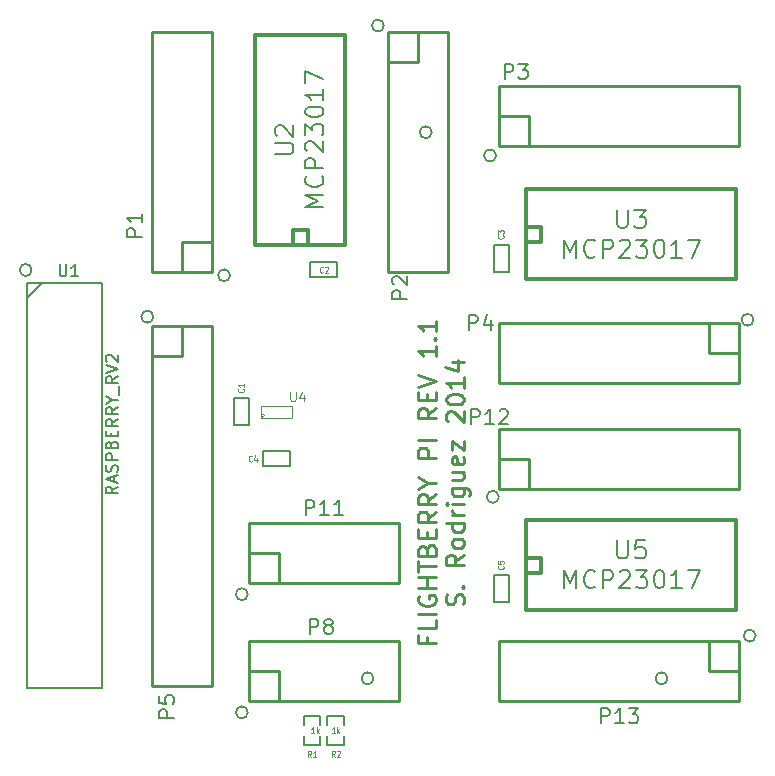
<source format=gto>
%FSLAX34Y34*%
G04 Gerber Fmt 3.4, Leading zero omitted, Abs format*
G04 (created by PCBNEW (2014-04-07 BZR 4791)-product) date Tue 13 May 2014 05:09:50 PM CEST*
%MOIN*%
G01*
G70*
G90*
G04 APERTURE LIST*
%ADD10C,0.003937*%
%ADD11C,0.007874*%
%ADD12C,0.009843*%
%ADD13C,0.010000*%
%ADD14C,0.005000*%
%ADD15C,0.005906*%
%ADD16C,0.003100*%
%ADD17C,0.012000*%
%ADD18C,0.008000*%
%ADD19C,0.004500*%
%ADD20C,0.004700*%
%ADD21C,0.003900*%
%ADD22C,0.006000*%
G04 APERTURE END LIST*
G54D10*
G54D11*
X37818Y-38369D02*
G75*
G03X37818Y-38369I-200J0D01*
G74*
G01*
X38408Y-48999D02*
G75*
G03X38408Y-48999I-200J0D01*
G74*
G01*
X38408Y-52936D02*
G75*
G03X38408Y-52936I-200J0D01*
G74*
G01*
X55337Y-50377D02*
G75*
G03X55337Y-50377I-200J0D01*
G74*
G01*
X35259Y-39747D02*
G75*
G03X35259Y-39747I-200J0D01*
G74*
G01*
X42942Y-30044D02*
G75*
G03X42942Y-30044I-200J0D01*
G74*
G01*
X31203Y-38190D02*
G75*
G03X31203Y-38190I-200J0D01*
G74*
G01*
X46774Y-45751D02*
G75*
G03X46774Y-45751I-200J0D01*
G74*
G01*
X46682Y-34374D02*
G75*
G03X46682Y-34374I-200J0D01*
G74*
G01*
X44538Y-33600D02*
G75*
G03X44538Y-33600I-200J0D01*
G74*
G01*
X55266Y-39850D02*
G75*
G03X55266Y-39850I-200J0D01*
G74*
G01*
X52400Y-51800D02*
G75*
G03X52400Y-51800I-200J0D01*
G74*
G01*
X42600Y-51800D02*
G75*
G03X42600Y-51800I-200J0D01*
G74*
G01*
G54D12*
X44377Y-50435D02*
X44377Y-50632D01*
X44686Y-50632D02*
X44095Y-50632D01*
X44095Y-50351D01*
X44686Y-49845D02*
X44686Y-50126D01*
X44095Y-50126D01*
X44686Y-49648D02*
X44095Y-49648D01*
X44124Y-49057D02*
X44095Y-49114D01*
X44095Y-49198D01*
X44124Y-49282D01*
X44180Y-49339D01*
X44236Y-49367D01*
X44348Y-49395D01*
X44433Y-49395D01*
X44545Y-49367D01*
X44602Y-49339D01*
X44658Y-49282D01*
X44686Y-49198D01*
X44686Y-49142D01*
X44658Y-49057D01*
X44630Y-49029D01*
X44433Y-49029D01*
X44433Y-49142D01*
X44686Y-48776D02*
X44095Y-48776D01*
X44377Y-48776D02*
X44377Y-48439D01*
X44686Y-48439D02*
X44095Y-48439D01*
X44095Y-48242D02*
X44095Y-47904D01*
X44686Y-48073D02*
X44095Y-48073D01*
X44377Y-47511D02*
X44405Y-47426D01*
X44433Y-47398D01*
X44489Y-47370D01*
X44573Y-47370D01*
X44630Y-47398D01*
X44658Y-47426D01*
X44686Y-47483D01*
X44686Y-47708D01*
X44095Y-47708D01*
X44095Y-47511D01*
X44124Y-47455D01*
X44152Y-47426D01*
X44208Y-47398D01*
X44264Y-47398D01*
X44320Y-47426D01*
X44348Y-47455D01*
X44377Y-47511D01*
X44377Y-47708D01*
X44377Y-47117D02*
X44377Y-46920D01*
X44686Y-46836D02*
X44686Y-47117D01*
X44095Y-47117D01*
X44095Y-46836D01*
X44686Y-46245D02*
X44405Y-46442D01*
X44686Y-46583D02*
X44095Y-46583D01*
X44095Y-46358D01*
X44124Y-46302D01*
X44152Y-46273D01*
X44208Y-46245D01*
X44292Y-46245D01*
X44348Y-46273D01*
X44377Y-46302D01*
X44405Y-46358D01*
X44405Y-46583D01*
X44686Y-45655D02*
X44405Y-45852D01*
X44686Y-45992D02*
X44095Y-45992D01*
X44095Y-45767D01*
X44124Y-45711D01*
X44152Y-45683D01*
X44208Y-45655D01*
X44292Y-45655D01*
X44348Y-45683D01*
X44377Y-45711D01*
X44405Y-45767D01*
X44405Y-45992D01*
X44405Y-45289D02*
X44686Y-45289D01*
X44095Y-45486D02*
X44405Y-45289D01*
X44095Y-45092D01*
X44686Y-44446D02*
X44095Y-44446D01*
X44095Y-44221D01*
X44124Y-44164D01*
X44152Y-44136D01*
X44208Y-44108D01*
X44292Y-44108D01*
X44348Y-44136D01*
X44377Y-44164D01*
X44405Y-44221D01*
X44405Y-44446D01*
X44686Y-43855D02*
X44095Y-43855D01*
X44686Y-42786D02*
X44405Y-42983D01*
X44686Y-43124D02*
X44095Y-43124D01*
X44095Y-42899D01*
X44124Y-42843D01*
X44152Y-42814D01*
X44208Y-42786D01*
X44292Y-42786D01*
X44348Y-42814D01*
X44377Y-42843D01*
X44405Y-42899D01*
X44405Y-43124D01*
X44377Y-42533D02*
X44377Y-42336D01*
X44686Y-42252D02*
X44686Y-42533D01*
X44095Y-42533D01*
X44095Y-42252D01*
X44095Y-42083D02*
X44686Y-41886D01*
X44095Y-41690D01*
X44686Y-40733D02*
X44686Y-41071D01*
X44686Y-40902D02*
X44095Y-40902D01*
X44180Y-40958D01*
X44236Y-41015D01*
X44264Y-41071D01*
X44630Y-40480D02*
X44658Y-40452D01*
X44686Y-40480D01*
X44658Y-40508D01*
X44630Y-40480D01*
X44686Y-40480D01*
X44686Y-39890D02*
X44686Y-40227D01*
X44686Y-40059D02*
X44095Y-40059D01*
X44180Y-40115D01*
X44236Y-40171D01*
X44264Y-40227D01*
X45583Y-49339D02*
X45611Y-49254D01*
X45611Y-49114D01*
X45583Y-49057D01*
X45555Y-49029D01*
X45499Y-49001D01*
X45442Y-49001D01*
X45386Y-49029D01*
X45358Y-49057D01*
X45330Y-49114D01*
X45302Y-49226D01*
X45274Y-49282D01*
X45246Y-49311D01*
X45189Y-49339D01*
X45133Y-49339D01*
X45077Y-49311D01*
X45049Y-49282D01*
X45021Y-49226D01*
X45021Y-49086D01*
X45049Y-49001D01*
X45555Y-48748D02*
X45583Y-48720D01*
X45611Y-48748D01*
X45583Y-48776D01*
X45555Y-48748D01*
X45611Y-48748D01*
X45611Y-47679D02*
X45330Y-47876D01*
X45611Y-48017D02*
X45021Y-48017D01*
X45021Y-47792D01*
X45049Y-47736D01*
X45077Y-47708D01*
X45133Y-47679D01*
X45217Y-47679D01*
X45274Y-47708D01*
X45302Y-47736D01*
X45330Y-47792D01*
X45330Y-48017D01*
X45611Y-47342D02*
X45583Y-47398D01*
X45555Y-47426D01*
X45499Y-47455D01*
X45330Y-47455D01*
X45274Y-47426D01*
X45246Y-47398D01*
X45217Y-47342D01*
X45217Y-47258D01*
X45246Y-47201D01*
X45274Y-47173D01*
X45330Y-47145D01*
X45499Y-47145D01*
X45555Y-47173D01*
X45583Y-47201D01*
X45611Y-47258D01*
X45611Y-47342D01*
X45611Y-46639D02*
X45021Y-46639D01*
X45583Y-46639D02*
X45611Y-46695D01*
X45611Y-46808D01*
X45583Y-46864D01*
X45555Y-46892D01*
X45499Y-46920D01*
X45330Y-46920D01*
X45274Y-46892D01*
X45246Y-46864D01*
X45217Y-46808D01*
X45217Y-46695D01*
X45246Y-46639D01*
X45611Y-46358D02*
X45217Y-46358D01*
X45330Y-46358D02*
X45274Y-46330D01*
X45246Y-46302D01*
X45217Y-46245D01*
X45217Y-46189D01*
X45611Y-45992D02*
X45217Y-45992D01*
X45021Y-45992D02*
X45049Y-46020D01*
X45077Y-45992D01*
X45049Y-45964D01*
X45021Y-45992D01*
X45077Y-45992D01*
X45217Y-45458D02*
X45696Y-45458D01*
X45752Y-45486D01*
X45780Y-45514D01*
X45808Y-45570D01*
X45808Y-45655D01*
X45780Y-45711D01*
X45583Y-45458D02*
X45611Y-45514D01*
X45611Y-45627D01*
X45583Y-45683D01*
X45555Y-45711D01*
X45499Y-45739D01*
X45330Y-45739D01*
X45274Y-45711D01*
X45246Y-45683D01*
X45217Y-45627D01*
X45217Y-45514D01*
X45246Y-45458D01*
X45217Y-44924D02*
X45611Y-44924D01*
X45217Y-45177D02*
X45527Y-45177D01*
X45583Y-45149D01*
X45611Y-45092D01*
X45611Y-45008D01*
X45583Y-44952D01*
X45555Y-44924D01*
X45583Y-44417D02*
X45611Y-44474D01*
X45611Y-44586D01*
X45583Y-44642D01*
X45527Y-44670D01*
X45302Y-44670D01*
X45246Y-44642D01*
X45217Y-44586D01*
X45217Y-44474D01*
X45246Y-44417D01*
X45302Y-44389D01*
X45358Y-44389D01*
X45414Y-44670D01*
X45217Y-44192D02*
X45217Y-43883D01*
X45611Y-44192D01*
X45611Y-43883D01*
X45077Y-43236D02*
X45049Y-43208D01*
X45021Y-43152D01*
X45021Y-43011D01*
X45049Y-42955D01*
X45077Y-42927D01*
X45133Y-42899D01*
X45189Y-42899D01*
X45274Y-42927D01*
X45611Y-43264D01*
X45611Y-42899D01*
X45021Y-42533D02*
X45021Y-42477D01*
X45049Y-42421D01*
X45077Y-42393D01*
X45133Y-42365D01*
X45246Y-42336D01*
X45386Y-42336D01*
X45499Y-42365D01*
X45555Y-42393D01*
X45583Y-42421D01*
X45611Y-42477D01*
X45611Y-42533D01*
X45583Y-42589D01*
X45555Y-42618D01*
X45499Y-42646D01*
X45386Y-42674D01*
X45246Y-42674D01*
X45133Y-42646D01*
X45077Y-42618D01*
X45049Y-42589D01*
X45021Y-42533D01*
X45611Y-41774D02*
X45611Y-42111D01*
X45611Y-41943D02*
X45021Y-41943D01*
X45105Y-41999D01*
X45161Y-42055D01*
X45189Y-42111D01*
X45217Y-41268D02*
X45611Y-41268D01*
X44992Y-41408D02*
X45414Y-41549D01*
X45414Y-41183D01*
G54D13*
X35220Y-30251D02*
X35220Y-38251D01*
X37220Y-37251D02*
X37220Y-30251D01*
X35220Y-30251D02*
X37220Y-30251D01*
X35220Y-38251D02*
X36220Y-38251D01*
X37220Y-38251D02*
X37220Y-37251D01*
X36220Y-38251D02*
X36220Y-37251D01*
X36220Y-37251D02*
X37220Y-37251D01*
X37220Y-38251D02*
X36220Y-38251D01*
X45094Y-38251D02*
X45094Y-30251D01*
X43094Y-31251D02*
X43094Y-38251D01*
X45094Y-38251D02*
X43094Y-38251D01*
X45094Y-30251D02*
X44094Y-30251D01*
X43094Y-30251D02*
X43094Y-31251D01*
X44094Y-30251D02*
X44094Y-31251D01*
X44094Y-31251D02*
X43094Y-31251D01*
X43094Y-30251D02*
X44094Y-30251D01*
X54787Y-32070D02*
X46787Y-32070D01*
X47787Y-34070D02*
X54787Y-34070D01*
X54787Y-32070D02*
X54787Y-34070D01*
X46787Y-32070D02*
X46787Y-33070D01*
X46787Y-34070D02*
X47787Y-34070D01*
X46787Y-33070D02*
X47787Y-33070D01*
X47787Y-33070D02*
X47787Y-34070D01*
X46787Y-34070D02*
X46787Y-33070D01*
X46787Y-41944D02*
X54787Y-41944D01*
X53787Y-39944D02*
X46787Y-39944D01*
X46787Y-41944D02*
X46787Y-39944D01*
X54787Y-41944D02*
X54787Y-40944D01*
X54787Y-39944D02*
X53787Y-39944D01*
X54787Y-40944D02*
X53787Y-40944D01*
X53787Y-40944D02*
X53787Y-39944D01*
X54787Y-39944D02*
X54787Y-40944D01*
X37220Y-52062D02*
X37220Y-40062D01*
X35220Y-41062D02*
X35220Y-52062D01*
X37220Y-52062D02*
X35220Y-52062D01*
X37220Y-40062D02*
X36220Y-40062D01*
X35220Y-40062D02*
X35220Y-41062D01*
X36220Y-40062D02*
X36220Y-41062D01*
X36220Y-41062D02*
X35220Y-41062D01*
X35220Y-40062D02*
X36220Y-40062D01*
X38444Y-50574D02*
X43444Y-50574D01*
X43444Y-50574D02*
X43444Y-52574D01*
X43444Y-52574D02*
X39444Y-52574D01*
X38444Y-50574D02*
X38444Y-51574D01*
X38444Y-52574D02*
X39444Y-52574D01*
X38444Y-51574D02*
X39444Y-51574D01*
X39444Y-51574D02*
X39444Y-52574D01*
X38444Y-52574D02*
X38444Y-51574D01*
G54D14*
X40276Y-53740D02*
X40276Y-54018D01*
X40276Y-54018D02*
X40826Y-54018D01*
X40826Y-54018D02*
X40826Y-53740D01*
X40276Y-53068D02*
X40276Y-53346D01*
X40276Y-53068D02*
X40826Y-53068D01*
X40826Y-53068D02*
X40826Y-53346D01*
X41063Y-53740D02*
X41063Y-54018D01*
X41063Y-54018D02*
X41613Y-54018D01*
X41613Y-54018D02*
X41613Y-53740D01*
X41063Y-53068D02*
X41063Y-53346D01*
X41063Y-53068D02*
X41613Y-53068D01*
X41613Y-53068D02*
X41613Y-53346D01*
G54D15*
X31033Y-39120D02*
X31533Y-38620D01*
X31033Y-38620D02*
X33533Y-38620D01*
X33533Y-38620D02*
X33533Y-52120D01*
X33533Y-52120D02*
X31033Y-52120D01*
X31033Y-52120D02*
X31033Y-38620D01*
G54D14*
X38438Y-42463D02*
X38438Y-43363D01*
X38438Y-43363D02*
X37938Y-43363D01*
X37938Y-43363D02*
X37938Y-42463D01*
X37938Y-42463D02*
X38438Y-42463D01*
X41394Y-38438D02*
X40494Y-38438D01*
X40494Y-38438D02*
X40494Y-37938D01*
X40494Y-37938D02*
X41394Y-37938D01*
X41394Y-37938D02*
X41394Y-38438D01*
X46600Y-38245D02*
X46600Y-37345D01*
X46600Y-37345D02*
X47100Y-37345D01*
X47100Y-37345D02*
X47100Y-38245D01*
X47100Y-38245D02*
X46600Y-38245D01*
X39820Y-44738D02*
X38920Y-44738D01*
X38920Y-44738D02*
X38920Y-44238D01*
X38920Y-44238D02*
X39820Y-44238D01*
X39820Y-44238D02*
X39820Y-44738D01*
G54D16*
X38969Y-43051D02*
G75*
G03X38969Y-43051I-62J0D01*
G74*
G01*
X39870Y-42713D02*
X39870Y-43113D01*
X38845Y-42713D02*
X38845Y-43113D01*
X39870Y-43113D02*
X38845Y-43113D01*
X38845Y-42713D02*
X39870Y-42713D01*
G54D13*
X38444Y-46637D02*
X43444Y-46637D01*
X43444Y-46637D02*
X43444Y-48637D01*
X43444Y-48637D02*
X39444Y-48637D01*
X38444Y-46637D02*
X38444Y-47637D01*
X38444Y-48637D02*
X39444Y-48637D01*
X38444Y-47637D02*
X39444Y-47637D01*
X39444Y-47637D02*
X39444Y-48637D01*
X38444Y-48637D02*
X38444Y-47637D01*
X54787Y-43488D02*
X46787Y-43488D01*
X47787Y-45488D02*
X54787Y-45488D01*
X54787Y-43488D02*
X54787Y-45488D01*
X46787Y-43488D02*
X46787Y-44488D01*
X46787Y-45488D02*
X47787Y-45488D01*
X46787Y-44488D02*
X47787Y-44488D01*
X47787Y-44488D02*
X47787Y-45488D01*
X46787Y-45488D02*
X46787Y-44488D01*
X46787Y-52574D02*
X54787Y-52574D01*
X53787Y-50574D02*
X46787Y-50574D01*
X46787Y-52574D02*
X46787Y-50574D01*
X54787Y-52574D02*
X54787Y-51574D01*
X54787Y-50574D02*
X53787Y-50574D01*
X54787Y-51574D02*
X53787Y-51574D01*
X53787Y-51574D02*
X53787Y-50574D01*
X54787Y-50574D02*
X54787Y-51574D01*
G54D17*
X54681Y-47031D02*
X54681Y-49531D01*
X54681Y-49531D02*
X47681Y-49531D01*
X47681Y-49531D02*
X47681Y-46531D01*
X47681Y-46531D02*
X54681Y-46531D01*
X54681Y-46531D02*
X54681Y-47031D01*
X47681Y-47781D02*
X48181Y-47781D01*
X48181Y-47781D02*
X48181Y-48281D01*
X48181Y-48281D02*
X47681Y-48281D01*
X39157Y-30358D02*
X41657Y-30358D01*
X41657Y-30358D02*
X41657Y-37358D01*
X41657Y-37358D02*
X38657Y-37358D01*
X38657Y-37358D02*
X38657Y-30358D01*
X38657Y-30358D02*
X39157Y-30358D01*
X39907Y-37358D02*
X39907Y-36858D01*
X39907Y-36858D02*
X40407Y-36858D01*
X40407Y-36858D02*
X40407Y-37358D01*
X54681Y-36007D02*
X54681Y-38507D01*
X54681Y-38507D02*
X47681Y-38507D01*
X47681Y-38507D02*
X47681Y-35507D01*
X47681Y-35507D02*
X54681Y-35507D01*
X54681Y-35507D02*
X54681Y-36007D01*
X47681Y-36757D02*
X48181Y-36757D01*
X48181Y-36757D02*
X48181Y-37257D01*
X48181Y-37257D02*
X47681Y-37257D01*
G54D14*
X47100Y-48368D02*
X47100Y-49268D01*
X47100Y-49268D02*
X46600Y-49268D01*
X46600Y-49268D02*
X46600Y-48368D01*
X46600Y-48368D02*
X47100Y-48368D01*
G54D18*
X34871Y-37081D02*
X34371Y-37081D01*
X34371Y-36891D01*
X34395Y-36843D01*
X34419Y-36819D01*
X34467Y-36795D01*
X34538Y-36795D01*
X34586Y-36819D01*
X34609Y-36843D01*
X34633Y-36891D01*
X34633Y-37081D01*
X34871Y-36319D02*
X34871Y-36605D01*
X34871Y-36462D02*
X34371Y-36462D01*
X34443Y-36510D01*
X34490Y-36557D01*
X34514Y-36605D01*
X43730Y-39148D02*
X43230Y-39148D01*
X43230Y-38958D01*
X43253Y-38910D01*
X43277Y-38886D01*
X43325Y-38862D01*
X43396Y-38862D01*
X43444Y-38886D01*
X43468Y-38910D01*
X43492Y-38958D01*
X43492Y-39148D01*
X43277Y-38672D02*
X43253Y-38648D01*
X43230Y-38600D01*
X43230Y-38481D01*
X43253Y-38434D01*
X43277Y-38410D01*
X43325Y-38386D01*
X43372Y-38386D01*
X43444Y-38410D01*
X43730Y-38696D01*
X43730Y-38386D01*
X46973Y-31820D02*
X46973Y-31320D01*
X47163Y-31320D01*
X47211Y-31344D01*
X47235Y-31368D01*
X47259Y-31415D01*
X47259Y-31487D01*
X47235Y-31534D01*
X47211Y-31558D01*
X47163Y-31582D01*
X46973Y-31582D01*
X47425Y-31320D02*
X47735Y-31320D01*
X47568Y-31511D01*
X47640Y-31511D01*
X47687Y-31534D01*
X47711Y-31558D01*
X47735Y-31606D01*
X47735Y-31725D01*
X47711Y-31773D01*
X47687Y-31796D01*
X47640Y-31820D01*
X47497Y-31820D01*
X47449Y-31796D01*
X47425Y-31773D01*
X45792Y-40186D02*
X45792Y-39686D01*
X45982Y-39686D01*
X46030Y-39710D01*
X46054Y-39734D01*
X46078Y-39782D01*
X46078Y-39853D01*
X46054Y-39901D01*
X46030Y-39924D01*
X45982Y-39948D01*
X45792Y-39948D01*
X46506Y-39853D02*
X46506Y-40186D01*
X46387Y-39663D02*
X46268Y-40020D01*
X46578Y-40020D01*
X35954Y-53124D02*
X35454Y-53124D01*
X35454Y-52934D01*
X35478Y-52886D01*
X35502Y-52863D01*
X35549Y-52839D01*
X35621Y-52839D01*
X35668Y-52863D01*
X35692Y-52886D01*
X35716Y-52934D01*
X35716Y-53124D01*
X35454Y-52386D02*
X35454Y-52624D01*
X35692Y-52648D01*
X35668Y-52624D01*
X35645Y-52577D01*
X35645Y-52458D01*
X35668Y-52410D01*
X35692Y-52386D01*
X35740Y-52363D01*
X35859Y-52363D01*
X35906Y-52386D01*
X35930Y-52410D01*
X35954Y-52458D01*
X35954Y-52577D01*
X35930Y-52624D01*
X35906Y-52648D01*
X40477Y-50324D02*
X40477Y-49824D01*
X40667Y-49824D01*
X40715Y-49848D01*
X40739Y-49872D01*
X40763Y-49919D01*
X40763Y-49991D01*
X40739Y-50038D01*
X40715Y-50062D01*
X40667Y-50086D01*
X40477Y-50086D01*
X41048Y-50038D02*
X41001Y-50015D01*
X40977Y-49991D01*
X40953Y-49943D01*
X40953Y-49919D01*
X40977Y-49872D01*
X41001Y-49848D01*
X41048Y-49824D01*
X41144Y-49824D01*
X41191Y-49848D01*
X41215Y-49872D01*
X41239Y-49919D01*
X41239Y-49943D01*
X41215Y-49991D01*
X41191Y-50015D01*
X41144Y-50038D01*
X41048Y-50038D01*
X41001Y-50062D01*
X40977Y-50086D01*
X40953Y-50134D01*
X40953Y-50229D01*
X40977Y-50276D01*
X41001Y-50300D01*
X41048Y-50324D01*
X41144Y-50324D01*
X41191Y-50300D01*
X41215Y-50276D01*
X41239Y-50229D01*
X41239Y-50134D01*
X41215Y-50086D01*
X41191Y-50062D01*
X41144Y-50038D01*
G54D19*
X40521Y-54419D02*
X40461Y-54326D01*
X40418Y-54419D02*
X40418Y-54222D01*
X40486Y-54222D01*
X40504Y-54232D01*
X40512Y-54241D01*
X40521Y-54260D01*
X40521Y-54288D01*
X40512Y-54307D01*
X40504Y-54316D01*
X40486Y-54326D01*
X40418Y-54326D01*
X40692Y-54419D02*
X40589Y-54419D01*
X40641Y-54419D02*
X40641Y-54222D01*
X40624Y-54250D01*
X40606Y-54269D01*
X40589Y-54279D01*
X40628Y-53633D02*
X40525Y-53633D01*
X40576Y-53633D02*
X40576Y-53433D01*
X40559Y-53462D01*
X40542Y-53481D01*
X40525Y-53490D01*
X40705Y-53633D02*
X40705Y-53433D01*
X40722Y-53557D02*
X40773Y-53633D01*
X40773Y-53500D02*
X40705Y-53576D01*
X41308Y-54419D02*
X41248Y-54326D01*
X41205Y-54419D02*
X41205Y-54222D01*
X41274Y-54222D01*
X41291Y-54232D01*
X41300Y-54241D01*
X41308Y-54260D01*
X41308Y-54288D01*
X41300Y-54307D01*
X41291Y-54316D01*
X41274Y-54326D01*
X41205Y-54326D01*
X41377Y-54241D02*
X41385Y-54232D01*
X41402Y-54222D01*
X41445Y-54222D01*
X41462Y-54232D01*
X41471Y-54241D01*
X41480Y-54260D01*
X41480Y-54279D01*
X41471Y-54307D01*
X41368Y-54419D01*
X41480Y-54419D01*
X41317Y-53633D02*
X41214Y-53633D01*
X41265Y-53633D02*
X41265Y-53433D01*
X41248Y-53462D01*
X41231Y-53481D01*
X41214Y-53490D01*
X41394Y-53633D02*
X41394Y-53433D01*
X41411Y-53557D02*
X41462Y-53633D01*
X41462Y-53500D02*
X41394Y-53576D01*
G54D15*
X32133Y-38004D02*
X32133Y-38323D01*
X32152Y-38360D01*
X32170Y-38379D01*
X32208Y-38398D01*
X32283Y-38398D01*
X32320Y-38379D01*
X32339Y-38360D01*
X32358Y-38323D01*
X32358Y-38004D01*
X32752Y-38398D02*
X32527Y-38398D01*
X32639Y-38398D02*
X32639Y-38004D01*
X32602Y-38060D01*
X32564Y-38098D01*
X32527Y-38116D01*
X34069Y-45408D02*
X33882Y-45539D01*
X34069Y-45633D02*
X33676Y-45633D01*
X33676Y-45483D01*
X33694Y-45445D01*
X33713Y-45426D01*
X33751Y-45408D01*
X33807Y-45408D01*
X33844Y-45426D01*
X33863Y-45445D01*
X33882Y-45483D01*
X33882Y-45633D01*
X33957Y-45258D02*
X33957Y-45070D01*
X34069Y-45295D02*
X33676Y-45164D01*
X34069Y-45033D01*
X34051Y-44920D02*
X34069Y-44864D01*
X34069Y-44770D01*
X34051Y-44733D01*
X34032Y-44714D01*
X33994Y-44695D01*
X33957Y-44695D01*
X33919Y-44714D01*
X33901Y-44733D01*
X33882Y-44770D01*
X33863Y-44845D01*
X33844Y-44883D01*
X33826Y-44902D01*
X33788Y-44920D01*
X33751Y-44920D01*
X33713Y-44902D01*
X33694Y-44883D01*
X33676Y-44845D01*
X33676Y-44752D01*
X33694Y-44695D01*
X34069Y-44527D02*
X33676Y-44527D01*
X33676Y-44377D01*
X33694Y-44339D01*
X33713Y-44320D01*
X33751Y-44302D01*
X33807Y-44302D01*
X33844Y-44320D01*
X33863Y-44339D01*
X33882Y-44377D01*
X33882Y-44527D01*
X33863Y-44002D02*
X33882Y-43945D01*
X33901Y-43927D01*
X33938Y-43908D01*
X33994Y-43908D01*
X34032Y-43927D01*
X34051Y-43945D01*
X34069Y-43983D01*
X34069Y-44133D01*
X33676Y-44133D01*
X33676Y-44002D01*
X33694Y-43964D01*
X33713Y-43945D01*
X33751Y-43927D01*
X33788Y-43927D01*
X33826Y-43945D01*
X33844Y-43964D01*
X33863Y-44002D01*
X33863Y-44133D01*
X33863Y-43739D02*
X33863Y-43608D01*
X34069Y-43552D02*
X34069Y-43739D01*
X33676Y-43739D01*
X33676Y-43552D01*
X34069Y-43158D02*
X33882Y-43289D01*
X34069Y-43383D02*
X33676Y-43383D01*
X33676Y-43233D01*
X33694Y-43196D01*
X33713Y-43177D01*
X33751Y-43158D01*
X33807Y-43158D01*
X33844Y-43177D01*
X33863Y-43196D01*
X33882Y-43233D01*
X33882Y-43383D01*
X34069Y-42764D02*
X33882Y-42896D01*
X34069Y-42989D02*
X33676Y-42989D01*
X33676Y-42839D01*
X33694Y-42802D01*
X33713Y-42783D01*
X33751Y-42764D01*
X33807Y-42764D01*
X33844Y-42783D01*
X33863Y-42802D01*
X33882Y-42839D01*
X33882Y-42989D01*
X33882Y-42521D02*
X34069Y-42521D01*
X33676Y-42652D02*
X33882Y-42521D01*
X33676Y-42389D01*
X34107Y-42352D02*
X34107Y-42052D01*
X34069Y-41733D02*
X33882Y-41864D01*
X34069Y-41958D02*
X33676Y-41958D01*
X33676Y-41808D01*
X33694Y-41771D01*
X33713Y-41752D01*
X33751Y-41733D01*
X33807Y-41733D01*
X33844Y-41752D01*
X33863Y-41771D01*
X33882Y-41808D01*
X33882Y-41958D01*
X33676Y-41621D02*
X34069Y-41489D01*
X33676Y-41358D01*
X33713Y-41246D02*
X33694Y-41227D01*
X33676Y-41190D01*
X33676Y-41096D01*
X33694Y-41058D01*
X33713Y-41040D01*
X33751Y-41021D01*
X33788Y-41021D01*
X33844Y-41040D01*
X34069Y-41264D01*
X34069Y-41021D01*
G54D19*
X38260Y-42155D02*
X38269Y-42164D01*
X38279Y-42190D01*
X38279Y-42207D01*
X38269Y-42233D01*
X38250Y-42250D01*
X38231Y-42258D01*
X38193Y-42267D01*
X38165Y-42267D01*
X38127Y-42258D01*
X38108Y-42250D01*
X38088Y-42233D01*
X38079Y-42207D01*
X38079Y-42190D01*
X38088Y-42164D01*
X38098Y-42155D01*
X38279Y-41984D02*
X38279Y-42087D01*
X38279Y-42035D02*
X38079Y-42035D01*
X38108Y-42053D01*
X38127Y-42070D01*
X38136Y-42087D01*
X40914Y-38260D02*
X40906Y-38269D01*
X40880Y-38279D01*
X40863Y-38279D01*
X40837Y-38269D01*
X40820Y-38250D01*
X40812Y-38231D01*
X40803Y-38193D01*
X40803Y-38165D01*
X40812Y-38127D01*
X40820Y-38108D01*
X40837Y-38088D01*
X40863Y-38079D01*
X40880Y-38079D01*
X40906Y-38088D01*
X40914Y-38098D01*
X40983Y-38098D02*
X40992Y-38088D01*
X41009Y-38079D01*
X41052Y-38079D01*
X41069Y-38088D01*
X41077Y-38098D01*
X41086Y-38117D01*
X41086Y-38136D01*
X41077Y-38165D01*
X40974Y-38279D01*
X41086Y-38279D01*
X46921Y-37037D02*
X46931Y-37046D01*
X46940Y-37072D01*
X46940Y-37089D01*
X46931Y-37115D01*
X46912Y-37132D01*
X46893Y-37140D01*
X46855Y-37149D01*
X46826Y-37149D01*
X46788Y-37140D01*
X46769Y-37132D01*
X46750Y-37115D01*
X46740Y-37089D01*
X46740Y-37072D01*
X46750Y-37046D01*
X46759Y-37037D01*
X46740Y-36977D02*
X46740Y-36866D01*
X46817Y-36926D01*
X46817Y-36900D01*
X46826Y-36883D01*
X46836Y-36875D01*
X46855Y-36866D01*
X46902Y-36866D01*
X46921Y-36875D01*
X46931Y-36883D01*
X46940Y-36900D01*
X46940Y-36952D01*
X46931Y-36969D01*
X46921Y-36977D01*
X38552Y-44559D02*
X38544Y-44569D01*
X38518Y-44578D01*
X38501Y-44578D01*
X38475Y-44569D01*
X38458Y-44550D01*
X38449Y-44531D01*
X38441Y-44492D01*
X38441Y-44464D01*
X38449Y-44426D01*
X38458Y-44407D01*
X38475Y-44388D01*
X38501Y-44378D01*
X38518Y-44378D01*
X38544Y-44388D01*
X38552Y-44397D01*
X38706Y-44445D02*
X38706Y-44578D01*
X38664Y-44369D02*
X38621Y-44511D01*
X38732Y-44511D01*
G54D20*
X39830Y-42256D02*
X39830Y-42499D01*
X39844Y-42528D01*
X39859Y-42542D01*
X39887Y-42556D01*
X39944Y-42556D01*
X39973Y-42542D01*
X39987Y-42528D01*
X40001Y-42499D01*
X40001Y-42256D01*
X40273Y-42356D02*
X40273Y-42556D01*
X40201Y-42242D02*
X40130Y-42456D01*
X40316Y-42456D01*
G54D21*
G54D18*
X40337Y-46363D02*
X40337Y-45863D01*
X40528Y-45863D01*
X40575Y-45887D01*
X40599Y-45911D01*
X40623Y-45959D01*
X40623Y-46030D01*
X40599Y-46078D01*
X40575Y-46102D01*
X40528Y-46125D01*
X40337Y-46125D01*
X41099Y-46363D02*
X40813Y-46363D01*
X40956Y-46363D02*
X40956Y-45863D01*
X40909Y-45935D01*
X40861Y-45983D01*
X40813Y-46006D01*
X41575Y-46363D02*
X41290Y-46363D01*
X41432Y-46363D02*
X41432Y-45863D01*
X41385Y-45935D01*
X41337Y-45983D01*
X41290Y-46006D01*
X45849Y-43336D02*
X45849Y-42836D01*
X46040Y-42836D01*
X46087Y-42860D01*
X46111Y-42884D01*
X46135Y-42931D01*
X46135Y-43003D01*
X46111Y-43050D01*
X46087Y-43074D01*
X46040Y-43098D01*
X45849Y-43098D01*
X46611Y-43336D02*
X46325Y-43336D01*
X46468Y-43336D02*
X46468Y-42836D01*
X46420Y-42907D01*
X46373Y-42955D01*
X46325Y-42979D01*
X46801Y-42884D02*
X46825Y-42860D01*
X46873Y-42836D01*
X46992Y-42836D01*
X47040Y-42860D01*
X47063Y-42884D01*
X47087Y-42931D01*
X47087Y-42979D01*
X47063Y-43050D01*
X46778Y-43336D01*
X47087Y-43336D01*
X50180Y-53300D02*
X50180Y-52800D01*
X50370Y-52800D01*
X50418Y-52824D01*
X50442Y-52848D01*
X50465Y-52896D01*
X50465Y-52967D01*
X50442Y-53015D01*
X50418Y-53039D01*
X50370Y-53062D01*
X50180Y-53062D01*
X50942Y-53300D02*
X50656Y-53300D01*
X50799Y-53300D02*
X50799Y-52800D01*
X50751Y-52872D01*
X50704Y-52920D01*
X50656Y-52943D01*
X51108Y-52800D02*
X51418Y-52800D01*
X51251Y-52991D01*
X51323Y-52991D01*
X51370Y-53015D01*
X51394Y-53039D01*
X51418Y-53086D01*
X51418Y-53205D01*
X51394Y-53253D01*
X51370Y-53277D01*
X51323Y-53300D01*
X51180Y-53300D01*
X51132Y-53277D01*
X51108Y-53253D01*
G54D22*
X50723Y-47204D02*
X50723Y-47690D01*
X50752Y-47747D01*
X50781Y-47776D01*
X50838Y-47804D01*
X50952Y-47804D01*
X51009Y-47776D01*
X51038Y-47747D01*
X51066Y-47690D01*
X51066Y-47204D01*
X51638Y-47204D02*
X51352Y-47204D01*
X51323Y-47490D01*
X51352Y-47462D01*
X51409Y-47433D01*
X51552Y-47433D01*
X51609Y-47462D01*
X51638Y-47490D01*
X51666Y-47547D01*
X51666Y-47690D01*
X51638Y-47747D01*
X51609Y-47776D01*
X51552Y-47804D01*
X51409Y-47804D01*
X51352Y-47776D01*
X51323Y-47747D01*
X48952Y-48802D02*
X48952Y-48202D01*
X49152Y-48631D01*
X49352Y-48202D01*
X49352Y-48802D01*
X49981Y-48745D02*
X49952Y-48774D01*
X49866Y-48802D01*
X49809Y-48802D01*
X49723Y-48774D01*
X49666Y-48717D01*
X49638Y-48660D01*
X49609Y-48545D01*
X49609Y-48460D01*
X49638Y-48345D01*
X49666Y-48288D01*
X49723Y-48231D01*
X49809Y-48202D01*
X49866Y-48202D01*
X49952Y-48231D01*
X49981Y-48260D01*
X50238Y-48802D02*
X50238Y-48202D01*
X50466Y-48202D01*
X50523Y-48231D01*
X50552Y-48260D01*
X50581Y-48317D01*
X50581Y-48402D01*
X50552Y-48460D01*
X50523Y-48488D01*
X50466Y-48517D01*
X50238Y-48517D01*
X50809Y-48260D02*
X50838Y-48231D01*
X50895Y-48202D01*
X51038Y-48202D01*
X51095Y-48231D01*
X51123Y-48260D01*
X51152Y-48317D01*
X51152Y-48374D01*
X51123Y-48460D01*
X50781Y-48802D01*
X51152Y-48802D01*
X51352Y-48202D02*
X51723Y-48202D01*
X51523Y-48431D01*
X51609Y-48431D01*
X51666Y-48460D01*
X51695Y-48488D01*
X51723Y-48545D01*
X51723Y-48688D01*
X51695Y-48745D01*
X51666Y-48774D01*
X51609Y-48802D01*
X51438Y-48802D01*
X51381Y-48774D01*
X51352Y-48745D01*
X52095Y-48202D02*
X52152Y-48202D01*
X52209Y-48231D01*
X52238Y-48260D01*
X52266Y-48317D01*
X52295Y-48431D01*
X52295Y-48574D01*
X52266Y-48688D01*
X52238Y-48745D01*
X52209Y-48774D01*
X52152Y-48802D01*
X52095Y-48802D01*
X52038Y-48774D01*
X52009Y-48745D01*
X51981Y-48688D01*
X51952Y-48574D01*
X51952Y-48431D01*
X51981Y-48317D01*
X52009Y-48260D01*
X52038Y-48231D01*
X52095Y-48202D01*
X52866Y-48802D02*
X52523Y-48802D01*
X52695Y-48802D02*
X52695Y-48202D01*
X52638Y-48288D01*
X52581Y-48345D01*
X52523Y-48374D01*
X53066Y-48202D02*
X53466Y-48202D01*
X53209Y-48802D01*
X39330Y-34315D02*
X39816Y-34315D01*
X39873Y-34286D01*
X39902Y-34258D01*
X39930Y-34201D01*
X39930Y-34086D01*
X39902Y-34029D01*
X39873Y-34001D01*
X39816Y-33972D01*
X39330Y-33972D01*
X39388Y-33715D02*
X39359Y-33686D01*
X39330Y-33629D01*
X39330Y-33486D01*
X39359Y-33429D01*
X39388Y-33401D01*
X39445Y-33372D01*
X39502Y-33372D01*
X39588Y-33401D01*
X39930Y-33743D01*
X39930Y-33372D01*
X40928Y-36086D02*
X40328Y-36086D01*
X40757Y-35886D01*
X40328Y-35686D01*
X40928Y-35686D01*
X40871Y-35058D02*
X40900Y-35086D01*
X40928Y-35172D01*
X40928Y-35229D01*
X40900Y-35315D01*
X40843Y-35372D01*
X40786Y-35401D01*
X40671Y-35429D01*
X40586Y-35429D01*
X40471Y-35401D01*
X40414Y-35372D01*
X40357Y-35315D01*
X40328Y-35229D01*
X40328Y-35172D01*
X40357Y-35086D01*
X40386Y-35058D01*
X40928Y-34801D02*
X40328Y-34801D01*
X40328Y-34572D01*
X40357Y-34515D01*
X40386Y-34486D01*
X40443Y-34458D01*
X40528Y-34458D01*
X40586Y-34486D01*
X40614Y-34515D01*
X40643Y-34572D01*
X40643Y-34801D01*
X40386Y-34229D02*
X40357Y-34201D01*
X40328Y-34143D01*
X40328Y-34001D01*
X40357Y-33943D01*
X40386Y-33915D01*
X40443Y-33886D01*
X40500Y-33886D01*
X40586Y-33915D01*
X40928Y-34258D01*
X40928Y-33886D01*
X40328Y-33686D02*
X40328Y-33315D01*
X40557Y-33515D01*
X40557Y-33429D01*
X40586Y-33372D01*
X40614Y-33343D01*
X40671Y-33315D01*
X40814Y-33315D01*
X40871Y-33343D01*
X40900Y-33372D01*
X40928Y-33429D01*
X40928Y-33601D01*
X40900Y-33658D01*
X40871Y-33686D01*
X40328Y-32943D02*
X40328Y-32886D01*
X40357Y-32829D01*
X40386Y-32801D01*
X40443Y-32772D01*
X40557Y-32743D01*
X40700Y-32743D01*
X40814Y-32772D01*
X40871Y-32801D01*
X40900Y-32829D01*
X40928Y-32886D01*
X40928Y-32943D01*
X40900Y-33001D01*
X40871Y-33029D01*
X40814Y-33058D01*
X40700Y-33086D01*
X40557Y-33086D01*
X40443Y-33058D01*
X40386Y-33029D01*
X40357Y-33001D01*
X40328Y-32943D01*
X40928Y-32172D02*
X40928Y-32515D01*
X40928Y-32343D02*
X40328Y-32343D01*
X40414Y-32401D01*
X40471Y-32458D01*
X40500Y-32515D01*
X40328Y-31972D02*
X40328Y-31572D01*
X40928Y-31829D01*
X50723Y-36181D02*
X50723Y-36667D01*
X50752Y-36724D01*
X50781Y-36752D01*
X50838Y-36781D01*
X50952Y-36781D01*
X51009Y-36752D01*
X51038Y-36724D01*
X51066Y-36667D01*
X51066Y-36181D01*
X51295Y-36181D02*
X51666Y-36181D01*
X51466Y-36409D01*
X51552Y-36409D01*
X51609Y-36438D01*
X51638Y-36467D01*
X51666Y-36524D01*
X51666Y-36667D01*
X51638Y-36724D01*
X51609Y-36752D01*
X51552Y-36781D01*
X51381Y-36781D01*
X51323Y-36752D01*
X51295Y-36724D01*
X48952Y-37779D02*
X48952Y-37179D01*
X49152Y-37607D01*
X49352Y-37179D01*
X49352Y-37779D01*
X49981Y-37722D02*
X49952Y-37750D01*
X49866Y-37779D01*
X49809Y-37779D01*
X49723Y-37750D01*
X49666Y-37693D01*
X49638Y-37636D01*
X49609Y-37522D01*
X49609Y-37436D01*
X49638Y-37322D01*
X49666Y-37265D01*
X49723Y-37207D01*
X49809Y-37179D01*
X49866Y-37179D01*
X49952Y-37207D01*
X49981Y-37236D01*
X50238Y-37779D02*
X50238Y-37179D01*
X50466Y-37179D01*
X50523Y-37207D01*
X50552Y-37236D01*
X50581Y-37293D01*
X50581Y-37379D01*
X50552Y-37436D01*
X50523Y-37465D01*
X50466Y-37493D01*
X50238Y-37493D01*
X50809Y-37236D02*
X50838Y-37207D01*
X50895Y-37179D01*
X51038Y-37179D01*
X51095Y-37207D01*
X51123Y-37236D01*
X51152Y-37293D01*
X51152Y-37350D01*
X51123Y-37436D01*
X50781Y-37779D01*
X51152Y-37779D01*
X51352Y-37179D02*
X51723Y-37179D01*
X51523Y-37407D01*
X51609Y-37407D01*
X51666Y-37436D01*
X51695Y-37465D01*
X51723Y-37522D01*
X51723Y-37665D01*
X51695Y-37722D01*
X51666Y-37750D01*
X51609Y-37779D01*
X51438Y-37779D01*
X51381Y-37750D01*
X51352Y-37722D01*
X52095Y-37179D02*
X52152Y-37179D01*
X52209Y-37207D01*
X52238Y-37236D01*
X52266Y-37293D01*
X52295Y-37407D01*
X52295Y-37550D01*
X52266Y-37665D01*
X52238Y-37722D01*
X52209Y-37750D01*
X52152Y-37779D01*
X52095Y-37779D01*
X52038Y-37750D01*
X52009Y-37722D01*
X51981Y-37665D01*
X51952Y-37550D01*
X51952Y-37407D01*
X51981Y-37293D01*
X52009Y-37236D01*
X52038Y-37207D01*
X52095Y-37179D01*
X52866Y-37779D02*
X52523Y-37779D01*
X52695Y-37779D02*
X52695Y-37179D01*
X52638Y-37265D01*
X52581Y-37322D01*
X52523Y-37350D01*
X53066Y-37179D02*
X53466Y-37179D01*
X53209Y-37779D01*
G54D19*
X46921Y-48061D02*
X46931Y-48070D01*
X46940Y-48095D01*
X46940Y-48112D01*
X46931Y-48138D01*
X46912Y-48155D01*
X46893Y-48164D01*
X46855Y-48172D01*
X46826Y-48172D01*
X46788Y-48164D01*
X46769Y-48155D01*
X46750Y-48138D01*
X46740Y-48112D01*
X46740Y-48095D01*
X46750Y-48070D01*
X46759Y-48061D01*
X46740Y-47898D02*
X46740Y-47984D01*
X46836Y-47992D01*
X46826Y-47984D01*
X46817Y-47967D01*
X46817Y-47924D01*
X46826Y-47907D01*
X46836Y-47898D01*
X46855Y-47890D01*
X46902Y-47890D01*
X46921Y-47898D01*
X46931Y-47907D01*
X46940Y-47924D01*
X46940Y-47967D01*
X46931Y-47984D01*
X46921Y-47992D01*
M02*

</source>
